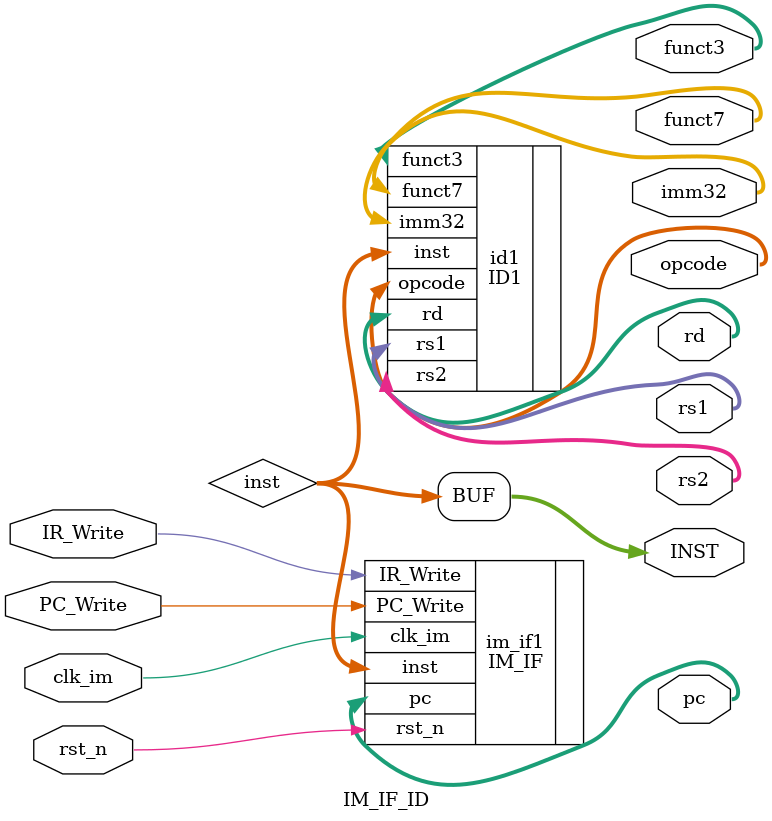
<source format=v>
`timescale 1ns / 1ps


module IM_IF_ID(
        input rst_n,
        input clk_im,
        input PC_Write,
        input IR_Write,
        output [4:0]rs1,
        output [4:0]rs2,
        output [4:0]rd,
        output [31:0] pc,
        output [31:0] INST,
        output [31:0] imm32,
        output [6:0] opcode,
        output [2:0] funct3,
        output [6:0] funct7
      );
      wire [31:0] inst;
      assign INST = inst;
      IM_IF im_if1(
         .rst_n(rst_n),
         .clk_im(clk_im),
         .PC_Write(PC_Write),//pcÐ´ÐÅºÅ
         .IR_Write(IR_Write),//irÐ´ÐÅºÅ
         .pc(pc),
         .inst(inst)
         );
      ID1 id1(
         .inst(inst),
        .rs1(rs1),
        .rs2(rs2),
        .rd(rd),
        .imm32(imm32),
        .opcode(opcode),
        .funct3(funct3),
        .funct7(funct7)
        );  
        
       
endmodule
</source>
